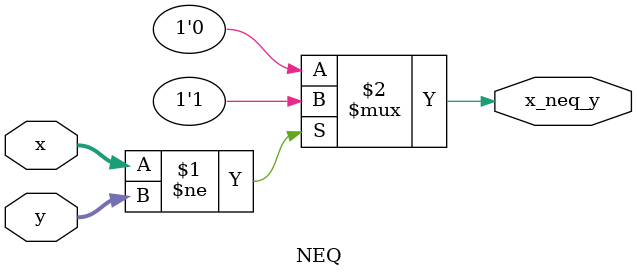
<source format=v>
`timescale 1ns / 1ps

//X != Y Comparator Module
module NEQ(x, y, x_neq_y);
	input [3:0] x;
	input [3:0] y;
	output x_neq_y;
	
	assign x_neq_y = (x != y) ? 1'b1:1'b0;

endmodule

</source>
